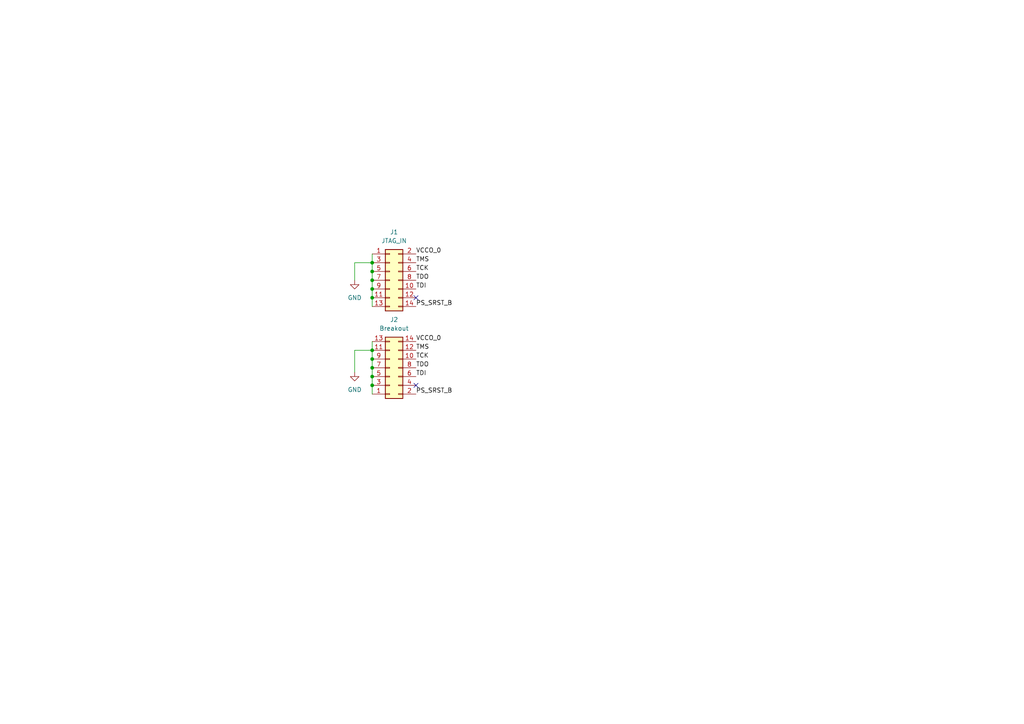
<source format=kicad_sch>
(kicad_sch (version 20211123) (generator eeschema)
  (paper "A4")
  (lib_symbols
    (symbol "Connector_Generic:Conn_02x07_Odd_Even" (pin_names (offset 1.016) hide)
      (property "Reference" "J" (at 1.27 10.16 0))
      (property "Value" "Conn_02x07_Odd_Even" (at 1.27 -10.16 0))
      (symbol "Conn_02x07_Odd_Even_1_1"
        (rectangle (start -1.27 -7.493) (end 0 -7.747) (stroke (width 0.1524)))
        (rectangle (start -1.27 -4.953) (end 0 -5.207) (stroke (width 0.1524)))
        (rectangle (start -1.27 -2.413) (end 0 -2.667) (stroke (width 0.1524)))
        (rectangle (start -1.27 0.127) (end 0 -0.127) (stroke (width 0.1524)))
        (rectangle (start -1.27 2.667) (end 0 2.413) (stroke (width 0.1524)))
        (rectangle (start -1.27 5.207) (end 0 4.953) (stroke (width 0.1524)))
        (rectangle (start -1.27 7.747) (end 0 7.493) (stroke (width 0.1524)))
        (rectangle (start -1.27 8.89) (end 3.81 -8.89) (stroke (width 0.254)) (fill (type background)))
        (rectangle (start 3.81 -7.493) (end 2.54 -7.747) (stroke (width 0.1524)))
        (rectangle (start 3.81 -4.953) (end 2.54 -5.207) (stroke (width 0.1524)))
        (rectangle (start 3.81 -2.413) (end 2.54 -2.667) (stroke (width 0.1524)))
        (rectangle (start 3.81 0.127) (end 2.54 -0.127) (stroke (width 0.1524)))
        (rectangle (start 3.81 2.667) (end 2.54 2.413) (stroke (width 0.1524)))
        (rectangle (start 3.81 5.207) (end 2.54 4.953) (stroke (width 0.1524)))
        (rectangle (start 3.81 7.747) (end 2.54 7.493) (stroke (width 0.1524)))
        (pin passive line (at -5.08 7.62 0) (length 3.81) (name "Pin_1") (number "1"))
        (pin passive line (at 7.62 -2.54 180) (length 3.81) (name "Pin_10") (number "10"))
        (pin passive line (at -5.08 -5.08 0) (length 3.81) (name "Pin_11") (number "11"))
        (pin passive line (at 7.62 -5.08 180) (length 3.81) (name "Pin_12") (number "12"))
        (pin passive line (at -5.08 -7.62 0) (length 3.81) (name "Pin_13") (number "13"))
        (pin passive line (at 7.62 -7.62 180) (length 3.81) (name "Pin_14") (number "14"))
        (pin passive line (at 7.62 7.62 180) (length 3.81) (name "Pin_2") (number "2"))
        (pin passive line (at -5.08 5.08 0) (length 3.81) (name "Pin_3") (number "3"))
        (pin passive line (at 7.62 5.08 180) (length 3.81) (name "Pin_4") (number "4"))
        (pin passive line (at -5.08 2.54 0) (length 3.81) (name "Pin_5") (number "5"))
        (pin passive line (at 7.62 2.54 180) (length 3.81) (name "Pin_6") (number "6"))
        (pin passive line (at -5.08 0 0) (length 3.81) (name "Pin_7") (number "7"))
        (pin passive line (at 7.62 0 180) (length 3.81) (name "Pin_8") (number "8"))
        (pin passive line (at -5.08 -2.54 0) (length 3.81) (name "Pin_9") (number "9"))
      )
    )
    (symbol "power:GND" (power) (pin_names (offset 0))
      (property "Value" "GND" (at 0 -3.81 0))
      (symbol "GND_0_1"
        (polyline (pts (xy 0 0) (xy 0 -1.27) (xy 1.27 -1.27) (xy 0 -2.54) (xy -1.27 -1.27) (xy 0 -1.27)))
      )
      (symbol "GND_1_1"
        (pin power_in line (at 0 0 270) (length 0) hide (name "GND") (number "1"))
      )
    )
  )
  (junction (at 107.95 78.74))
  (junction (at 107.95 104.14))
  (junction (at 107.95 111.76))
  (junction (at 107.95 101.6))
  (junction (at 107.95 83.82))
  (junction (at 107.95 86.36))
  (junction (at 107.95 76.2))
  (junction (at 107.95 81.28))
  (junction (at 107.95 106.68))
  (junction (at 107.95 109.22))
  (no_connect (at 120.65 86.36))
  (no_connect (at 120.65 111.76))
  (wire (pts (xy 102.87 76.2) (xy 102.87 81.28)))
  (wire (pts (xy 102.87 101.6) (xy 107.95 101.6)))
  (wire (pts (xy 107.95 109.22) (xy 107.95 111.76)))
  (wire (pts (xy 107.95 73.66) (xy 107.95 76.2)))
  (wire (pts (xy 107.95 81.28) (xy 107.95 83.82)))
  (wire (pts (xy 107.95 83.82) (xy 107.95 86.36)))
  (wire (pts (xy 107.95 76.2) (xy 107.95 78.74)))
  (wire (pts (xy 107.95 101.6) (xy 107.95 104.14)))
  (wire (pts (xy 102.87 101.6) (xy 102.87 107.95)))
  (wire (pts (xy 107.95 86.36) (xy 107.95 88.9)))
  (wire (pts (xy 107.95 99.06) (xy 107.95 101.6)))
  (wire (pts (xy 107.95 111.76) (xy 107.95 114.3)))
  (wire (pts (xy 107.95 106.68) (xy 107.95 109.22)))
  (wire (pts (xy 107.95 76.2) (xy 102.87 76.2)))
  (wire (pts (xy 107.95 78.74) (xy 107.95 81.28)))
  (wire (pts (xy 107.95 104.14) (xy 107.95 106.68)))
  (label "TCK" (at 120.65 104.14 0))
  (label "TDO" (at 120.65 106.68 0))
  (label "PS_SRST_B" (at 120.65 114.3 0))
  (label "VCCO_0" (at 120.65 73.66 0))
  (label "VCCO_0" (at 120.65 99.06 0))
  (label "PS_SRST_B" (at 120.65 88.9 0))
  (label "TDI" (at 120.65 109.22 0))
  (label "TCK" (at 120.65 78.74 0))
  (label "TMS" (at 120.65 76.2 0))
  (label "TDO" (at 120.65 81.28 0))
  (label "TMS" (at 120.65 101.6 0))
  (label "TDI" (at 120.65 83.82 0))
  (symbol (lib_id "power:GND") (at 102.87 81.28 0) (unit 1)
    (property "Reference" "#PWR01" (effects hide))
    (property "Value" "GND" (at 102.87 86.36 0))
  )
  (symbol (lib_id "power:GND") (at 102.87 107.95 0) (unit 1)
    (property "Reference" "#PWR02" (effects hide))
    (property "Value" "GND" (at 102.87 113.03 0))
  )
  (symbol (lib_id "Connector_Generic:Conn_02x07_Odd_Even") (at 113.03 81.28 0) (unit 1)
    (property "Reference" "J1" (at 114.3 67.31 0))
    (property "Value" "JTAG_IN" (at 114.3 69.85 0))
    (property "Footprint" "Connector_PinHeader_2.00mm:PinHeader_2x07_P2.00mm_Vertical" (effects hide))
  )
  (symbol (lib_id "Connector_Generic:Conn_02x07_Odd_Even") (at 113.03 106.68 0) (mirror x) (unit 1)
    (property "Reference" "J2" (at 114.3 92.71 0))
    (property "Value" "Breakout" (at 114.3 95.25 0))
    (property "Footprint" "Connector_PinHeader_2.54mm:PinHeader_2x07_P2.54mm_Vertical" (effects hide))
  )
)
</source>
